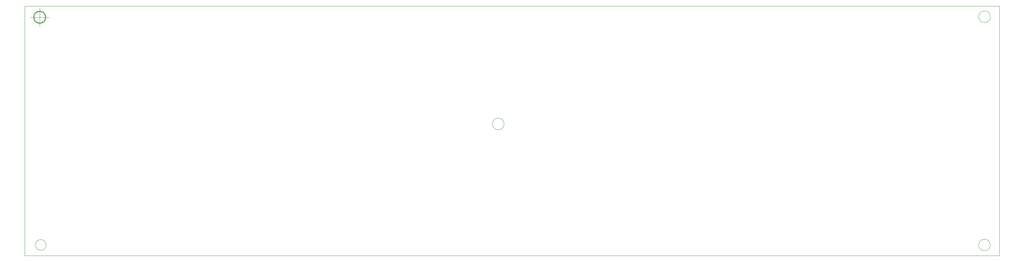
<source format=gbr>
G04 #@! TF.GenerationSoftware,KiCad,Pcbnew,(5.0.2)-1*
G04 #@! TF.CreationDate,2019-08-02T19:21:12-04:00*
G04 #@! TF.ProjectId,A-10C-UFC,412d3130-432d-4554-9643-2e6b69636164,1.2*
G04 #@! TF.SameCoordinates,Original*
G04 #@! TF.FileFunction,Profile,NP*
%FSLAX46Y46*%
G04 Gerber Fmt 4.6, Leading zero omitted, Abs format (unit mm)*
G04 Created by KiCad (PCBNEW (5.0.2)-1) date 8/2/2019 7:21:12 PM*
%MOMM*%
%LPD*%
G01*
G04 APERTURE LIST*
%ADD10C,0.200000*%
%ADD11C,0.050000*%
%ADD12C,0.100000*%
G04 APERTURE END LIST*
D10*
X67366127Y-60579000D02*
G75*
G03X67366127Y-60579000I-1516627J0D01*
G01*
D11*
X67564000Y-120777000D02*
G75*
G03X67564000Y-120777000I-1419903J0D01*
G01*
X317145233Y-60452000D02*
G75*
G03X317145233Y-60452000I-1550233J0D01*
G01*
X67516495Y-60580839D02*
G75*
G03X67516495Y-60580839I-1666666J0D01*
G01*
X63349829Y-60580839D02*
X68349829Y-60580839D01*
X65849829Y-58080839D02*
X65849829Y-63080839D01*
D12*
X61849000Y-57658000D02*
X319532000Y-57658000D01*
X61849000Y-123571000D02*
X61849000Y-57658000D01*
X319532000Y-123571000D02*
X61849000Y-123571000D01*
X319532000Y-57658000D02*
X319532000Y-123571000D01*
D11*
X188595001Y-88773000D02*
G75*
G03X188595001Y-88773000I-1534547J0D01*
G01*
X317119001Y-120777000D02*
G75*
G03X317119001Y-120777000I-1529283J0D01*
G01*
M02*

</source>
